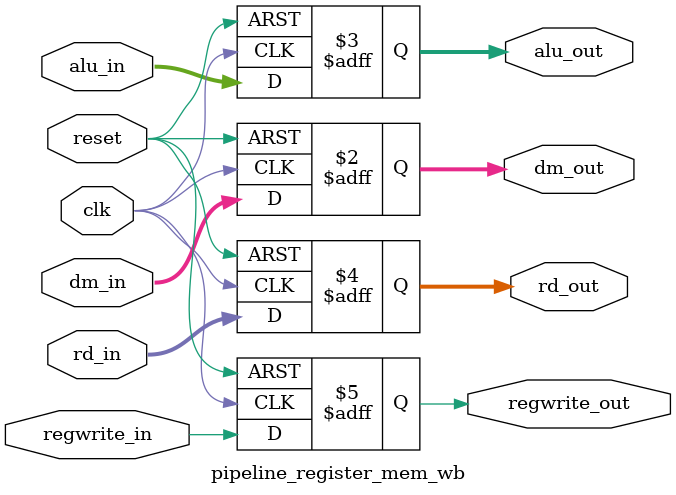
<source format=v>
module pipeline_register_mem_wb (
    input clk, reset,
    input [31:0] dm_in, alu_in,
    input [4:0] rd_in,
    input regwrite_in,

    output reg [31:0] dm_out, alu_out,
    output reg [4:0] rd_out,
    output reg regwrite_out
);

    always @(posedge clk or posedge reset) begin
        if (reset) begin
            dm_out <= 0; alu_out <= 0; rd_out <= 0; regwrite_out <= 0;
        end else begin
            dm_out <= dm_in; alu_out <= alu_in; rd_out <= rd_in;
            regwrite_out <= regwrite_in;
        end
    end

endmodule

</source>
